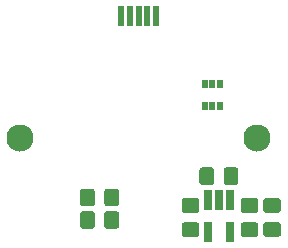
<source format=gbr>
G04 #@! TF.GenerationSoftware,KiCad,Pcbnew,(5.0.0)*
G04 #@! TF.CreationDate,2019-03-02T00:20:12+01:00*
G04 #@! TF.ProjectId,OpenThermalCamera,4F70656E546865726D616C43616D6572,rev?*
G04 #@! TF.SameCoordinates,Original*
G04 #@! TF.FileFunction,Soldermask,Top*
G04 #@! TF.FilePolarity,Negative*
%FSLAX46Y46*%
G04 Gerber Fmt 4.6, Leading zero omitted, Abs format (unit mm)*
G04 Created by KiCad (PCBNEW (5.0.0)) date 03/02/19 00:20:12*
%MOMM*%
%LPD*%
G01*
G04 APERTURE LIST*
%ADD10R,0.600000X1.700000*%
%ADD11C,2.300000*%
%ADD12C,0.100000*%
%ADD13C,1.250000*%
%ADD14R,0.750000X1.660000*%
%ADD15R,0.500000X0.750000*%
G04 APERTURE END LIST*
D10*
G04 #@! TO.C,J2*
X38500000Y-26600000D03*
X39250000Y-26600000D03*
X40750000Y-26600000D03*
X40000000Y-26600000D03*
X41500000Y-26600000D03*
G04 #@! TD*
D11*
G04 #@! TO.C,MH1*
X50000000Y-37000000D03*
G04 #@! TD*
G04 #@! TO.C,MH2*
X30000000Y-37000000D03*
G04 #@! TD*
D12*
G04 #@! TO.C,C6*
G36*
X51804897Y-42051308D02*
X51831275Y-42055221D01*
X51857143Y-42061701D01*
X51882252Y-42070685D01*
X51906358Y-42082086D01*
X51929232Y-42095796D01*
X51950651Y-42111682D01*
X51970410Y-42129590D01*
X51988318Y-42149349D01*
X52004204Y-42170768D01*
X52017914Y-42193642D01*
X52029315Y-42217748D01*
X52038299Y-42242857D01*
X52044779Y-42268725D01*
X52048692Y-42295103D01*
X52050000Y-42321738D01*
X52050000Y-43028262D01*
X52048692Y-43054897D01*
X52044779Y-43081275D01*
X52038299Y-43107143D01*
X52029315Y-43132252D01*
X52017914Y-43156358D01*
X52004204Y-43179232D01*
X51988318Y-43200651D01*
X51970410Y-43220410D01*
X51950651Y-43238318D01*
X51929232Y-43254204D01*
X51906358Y-43267914D01*
X51882252Y-43279315D01*
X51857143Y-43288299D01*
X51831275Y-43294779D01*
X51804897Y-43298692D01*
X51778262Y-43300000D01*
X50821738Y-43300000D01*
X50795103Y-43298692D01*
X50768725Y-43294779D01*
X50742857Y-43288299D01*
X50717748Y-43279315D01*
X50693642Y-43267914D01*
X50670768Y-43254204D01*
X50649349Y-43238318D01*
X50629590Y-43220410D01*
X50611682Y-43200651D01*
X50595796Y-43179232D01*
X50582086Y-43156358D01*
X50570685Y-43132252D01*
X50561701Y-43107143D01*
X50555221Y-43081275D01*
X50551308Y-43054897D01*
X50550000Y-43028262D01*
X50550000Y-42321738D01*
X50551308Y-42295103D01*
X50555221Y-42268725D01*
X50561701Y-42242857D01*
X50570685Y-42217748D01*
X50582086Y-42193642D01*
X50595796Y-42170768D01*
X50611682Y-42149349D01*
X50629590Y-42129590D01*
X50649349Y-42111682D01*
X50670768Y-42095796D01*
X50693642Y-42082086D01*
X50717748Y-42070685D01*
X50742857Y-42061701D01*
X50768725Y-42055221D01*
X50795103Y-42051308D01*
X50821738Y-42050000D01*
X51778262Y-42050000D01*
X51804897Y-42051308D01*
X51804897Y-42051308D01*
G37*
D13*
X51300000Y-42675000D03*
D12*
G36*
X51804897Y-44101308D02*
X51831275Y-44105221D01*
X51857143Y-44111701D01*
X51882252Y-44120685D01*
X51906358Y-44132086D01*
X51929232Y-44145796D01*
X51950651Y-44161682D01*
X51970410Y-44179590D01*
X51988318Y-44199349D01*
X52004204Y-44220768D01*
X52017914Y-44243642D01*
X52029315Y-44267748D01*
X52038299Y-44292857D01*
X52044779Y-44318725D01*
X52048692Y-44345103D01*
X52050000Y-44371738D01*
X52050000Y-45078262D01*
X52048692Y-45104897D01*
X52044779Y-45131275D01*
X52038299Y-45157143D01*
X52029315Y-45182252D01*
X52017914Y-45206358D01*
X52004204Y-45229232D01*
X51988318Y-45250651D01*
X51970410Y-45270410D01*
X51950651Y-45288318D01*
X51929232Y-45304204D01*
X51906358Y-45317914D01*
X51882252Y-45329315D01*
X51857143Y-45338299D01*
X51831275Y-45344779D01*
X51804897Y-45348692D01*
X51778262Y-45350000D01*
X50821738Y-45350000D01*
X50795103Y-45348692D01*
X50768725Y-45344779D01*
X50742857Y-45338299D01*
X50717748Y-45329315D01*
X50693642Y-45317914D01*
X50670768Y-45304204D01*
X50649349Y-45288318D01*
X50629590Y-45270410D01*
X50611682Y-45250651D01*
X50595796Y-45229232D01*
X50582086Y-45206358D01*
X50570685Y-45182252D01*
X50561701Y-45157143D01*
X50555221Y-45131275D01*
X50551308Y-45104897D01*
X50550000Y-45078262D01*
X50550000Y-44371738D01*
X50551308Y-44345103D01*
X50555221Y-44318725D01*
X50561701Y-44292857D01*
X50570685Y-44267748D01*
X50582086Y-44243642D01*
X50595796Y-44220768D01*
X50611682Y-44199349D01*
X50629590Y-44179590D01*
X50649349Y-44161682D01*
X50670768Y-44145796D01*
X50693642Y-44132086D01*
X50717748Y-44120685D01*
X50742857Y-44111701D01*
X50768725Y-44105221D01*
X50795103Y-44101308D01*
X50821738Y-44100000D01*
X51778262Y-44100000D01*
X51804897Y-44101308D01*
X51804897Y-44101308D01*
G37*
D13*
X51300000Y-44725000D03*
G04 #@! TD*
D12*
G04 #@! TO.C,C3*
G36*
X46154897Y-39451308D02*
X46181275Y-39455221D01*
X46207143Y-39461701D01*
X46232252Y-39470685D01*
X46256358Y-39482086D01*
X46279232Y-39495796D01*
X46300651Y-39511682D01*
X46320410Y-39529590D01*
X46338318Y-39549349D01*
X46354204Y-39570768D01*
X46367914Y-39593642D01*
X46379315Y-39617748D01*
X46388299Y-39642857D01*
X46394779Y-39668725D01*
X46398692Y-39695103D01*
X46400000Y-39721738D01*
X46400000Y-40678262D01*
X46398692Y-40704897D01*
X46394779Y-40731275D01*
X46388299Y-40757143D01*
X46379315Y-40782252D01*
X46367914Y-40806358D01*
X46354204Y-40829232D01*
X46338318Y-40850651D01*
X46320410Y-40870410D01*
X46300651Y-40888318D01*
X46279232Y-40904204D01*
X46256358Y-40917914D01*
X46232252Y-40929315D01*
X46207143Y-40938299D01*
X46181275Y-40944779D01*
X46154897Y-40948692D01*
X46128262Y-40950000D01*
X45421738Y-40950000D01*
X45395103Y-40948692D01*
X45368725Y-40944779D01*
X45342857Y-40938299D01*
X45317748Y-40929315D01*
X45293642Y-40917914D01*
X45270768Y-40904204D01*
X45249349Y-40888318D01*
X45229590Y-40870410D01*
X45211682Y-40850651D01*
X45195796Y-40829232D01*
X45182086Y-40806358D01*
X45170685Y-40782252D01*
X45161701Y-40757143D01*
X45155221Y-40731275D01*
X45151308Y-40704897D01*
X45150000Y-40678262D01*
X45150000Y-39721738D01*
X45151308Y-39695103D01*
X45155221Y-39668725D01*
X45161701Y-39642857D01*
X45170685Y-39617748D01*
X45182086Y-39593642D01*
X45195796Y-39570768D01*
X45211682Y-39549349D01*
X45229590Y-39529590D01*
X45249349Y-39511682D01*
X45270768Y-39495796D01*
X45293642Y-39482086D01*
X45317748Y-39470685D01*
X45342857Y-39461701D01*
X45368725Y-39455221D01*
X45395103Y-39451308D01*
X45421738Y-39450000D01*
X46128262Y-39450000D01*
X46154897Y-39451308D01*
X46154897Y-39451308D01*
G37*
D13*
X45775000Y-40200000D03*
D12*
G36*
X48204897Y-39451308D02*
X48231275Y-39455221D01*
X48257143Y-39461701D01*
X48282252Y-39470685D01*
X48306358Y-39482086D01*
X48329232Y-39495796D01*
X48350651Y-39511682D01*
X48370410Y-39529590D01*
X48388318Y-39549349D01*
X48404204Y-39570768D01*
X48417914Y-39593642D01*
X48429315Y-39617748D01*
X48438299Y-39642857D01*
X48444779Y-39668725D01*
X48448692Y-39695103D01*
X48450000Y-39721738D01*
X48450000Y-40678262D01*
X48448692Y-40704897D01*
X48444779Y-40731275D01*
X48438299Y-40757143D01*
X48429315Y-40782252D01*
X48417914Y-40806358D01*
X48404204Y-40829232D01*
X48388318Y-40850651D01*
X48370410Y-40870410D01*
X48350651Y-40888318D01*
X48329232Y-40904204D01*
X48306358Y-40917914D01*
X48282252Y-40929315D01*
X48257143Y-40938299D01*
X48231275Y-40944779D01*
X48204897Y-40948692D01*
X48178262Y-40950000D01*
X47471738Y-40950000D01*
X47445103Y-40948692D01*
X47418725Y-40944779D01*
X47392857Y-40938299D01*
X47367748Y-40929315D01*
X47343642Y-40917914D01*
X47320768Y-40904204D01*
X47299349Y-40888318D01*
X47279590Y-40870410D01*
X47261682Y-40850651D01*
X47245796Y-40829232D01*
X47232086Y-40806358D01*
X47220685Y-40782252D01*
X47211701Y-40757143D01*
X47205221Y-40731275D01*
X47201308Y-40704897D01*
X47200000Y-40678262D01*
X47200000Y-39721738D01*
X47201308Y-39695103D01*
X47205221Y-39668725D01*
X47211701Y-39642857D01*
X47220685Y-39617748D01*
X47232086Y-39593642D01*
X47245796Y-39570768D01*
X47261682Y-39549349D01*
X47279590Y-39529590D01*
X47299349Y-39511682D01*
X47320768Y-39495796D01*
X47343642Y-39482086D01*
X47367748Y-39470685D01*
X47392857Y-39461701D01*
X47418725Y-39455221D01*
X47445103Y-39451308D01*
X47471738Y-39450000D01*
X48178262Y-39450000D01*
X48204897Y-39451308D01*
X48204897Y-39451308D01*
G37*
D13*
X47825000Y-40200000D03*
G04 #@! TD*
D12*
G04 #@! TO.C,C2*
G36*
X44904897Y-42051308D02*
X44931275Y-42055221D01*
X44957143Y-42061701D01*
X44982252Y-42070685D01*
X45006358Y-42082086D01*
X45029232Y-42095796D01*
X45050651Y-42111682D01*
X45070410Y-42129590D01*
X45088318Y-42149349D01*
X45104204Y-42170768D01*
X45117914Y-42193642D01*
X45129315Y-42217748D01*
X45138299Y-42242857D01*
X45144779Y-42268725D01*
X45148692Y-42295103D01*
X45150000Y-42321738D01*
X45150000Y-43028262D01*
X45148692Y-43054897D01*
X45144779Y-43081275D01*
X45138299Y-43107143D01*
X45129315Y-43132252D01*
X45117914Y-43156358D01*
X45104204Y-43179232D01*
X45088318Y-43200651D01*
X45070410Y-43220410D01*
X45050651Y-43238318D01*
X45029232Y-43254204D01*
X45006358Y-43267914D01*
X44982252Y-43279315D01*
X44957143Y-43288299D01*
X44931275Y-43294779D01*
X44904897Y-43298692D01*
X44878262Y-43300000D01*
X43921738Y-43300000D01*
X43895103Y-43298692D01*
X43868725Y-43294779D01*
X43842857Y-43288299D01*
X43817748Y-43279315D01*
X43793642Y-43267914D01*
X43770768Y-43254204D01*
X43749349Y-43238318D01*
X43729590Y-43220410D01*
X43711682Y-43200651D01*
X43695796Y-43179232D01*
X43682086Y-43156358D01*
X43670685Y-43132252D01*
X43661701Y-43107143D01*
X43655221Y-43081275D01*
X43651308Y-43054897D01*
X43650000Y-43028262D01*
X43650000Y-42321738D01*
X43651308Y-42295103D01*
X43655221Y-42268725D01*
X43661701Y-42242857D01*
X43670685Y-42217748D01*
X43682086Y-42193642D01*
X43695796Y-42170768D01*
X43711682Y-42149349D01*
X43729590Y-42129590D01*
X43749349Y-42111682D01*
X43770768Y-42095796D01*
X43793642Y-42082086D01*
X43817748Y-42070685D01*
X43842857Y-42061701D01*
X43868725Y-42055221D01*
X43895103Y-42051308D01*
X43921738Y-42050000D01*
X44878262Y-42050000D01*
X44904897Y-42051308D01*
X44904897Y-42051308D01*
G37*
D13*
X44400000Y-42675000D03*
D12*
G36*
X44904897Y-44101308D02*
X44931275Y-44105221D01*
X44957143Y-44111701D01*
X44982252Y-44120685D01*
X45006358Y-44132086D01*
X45029232Y-44145796D01*
X45050651Y-44161682D01*
X45070410Y-44179590D01*
X45088318Y-44199349D01*
X45104204Y-44220768D01*
X45117914Y-44243642D01*
X45129315Y-44267748D01*
X45138299Y-44292857D01*
X45144779Y-44318725D01*
X45148692Y-44345103D01*
X45150000Y-44371738D01*
X45150000Y-45078262D01*
X45148692Y-45104897D01*
X45144779Y-45131275D01*
X45138299Y-45157143D01*
X45129315Y-45182252D01*
X45117914Y-45206358D01*
X45104204Y-45229232D01*
X45088318Y-45250651D01*
X45070410Y-45270410D01*
X45050651Y-45288318D01*
X45029232Y-45304204D01*
X45006358Y-45317914D01*
X44982252Y-45329315D01*
X44957143Y-45338299D01*
X44931275Y-45344779D01*
X44904897Y-45348692D01*
X44878262Y-45350000D01*
X43921738Y-45350000D01*
X43895103Y-45348692D01*
X43868725Y-45344779D01*
X43842857Y-45338299D01*
X43817748Y-45329315D01*
X43793642Y-45317914D01*
X43770768Y-45304204D01*
X43749349Y-45288318D01*
X43729590Y-45270410D01*
X43711682Y-45250651D01*
X43695796Y-45229232D01*
X43682086Y-45206358D01*
X43670685Y-45182252D01*
X43661701Y-45157143D01*
X43655221Y-45131275D01*
X43651308Y-45104897D01*
X43650000Y-45078262D01*
X43650000Y-44371738D01*
X43651308Y-44345103D01*
X43655221Y-44318725D01*
X43661701Y-44292857D01*
X43670685Y-44267748D01*
X43682086Y-44243642D01*
X43695796Y-44220768D01*
X43711682Y-44199349D01*
X43729590Y-44179590D01*
X43749349Y-44161682D01*
X43770768Y-44145796D01*
X43793642Y-44132086D01*
X43817748Y-44120685D01*
X43842857Y-44111701D01*
X43868725Y-44105221D01*
X43895103Y-44101308D01*
X43921738Y-44100000D01*
X44878262Y-44100000D01*
X44904897Y-44101308D01*
X44904897Y-44101308D01*
G37*
D13*
X44400000Y-44725000D03*
G04 #@! TD*
D12*
G04 #@! TO.C,C1*
G36*
X49904897Y-44101308D02*
X49931275Y-44105221D01*
X49957143Y-44111701D01*
X49982252Y-44120685D01*
X50006358Y-44132086D01*
X50029232Y-44145796D01*
X50050651Y-44161682D01*
X50070410Y-44179590D01*
X50088318Y-44199349D01*
X50104204Y-44220768D01*
X50117914Y-44243642D01*
X50129315Y-44267748D01*
X50138299Y-44292857D01*
X50144779Y-44318725D01*
X50148692Y-44345103D01*
X50150000Y-44371738D01*
X50150000Y-45078262D01*
X50148692Y-45104897D01*
X50144779Y-45131275D01*
X50138299Y-45157143D01*
X50129315Y-45182252D01*
X50117914Y-45206358D01*
X50104204Y-45229232D01*
X50088318Y-45250651D01*
X50070410Y-45270410D01*
X50050651Y-45288318D01*
X50029232Y-45304204D01*
X50006358Y-45317914D01*
X49982252Y-45329315D01*
X49957143Y-45338299D01*
X49931275Y-45344779D01*
X49904897Y-45348692D01*
X49878262Y-45350000D01*
X48921738Y-45350000D01*
X48895103Y-45348692D01*
X48868725Y-45344779D01*
X48842857Y-45338299D01*
X48817748Y-45329315D01*
X48793642Y-45317914D01*
X48770768Y-45304204D01*
X48749349Y-45288318D01*
X48729590Y-45270410D01*
X48711682Y-45250651D01*
X48695796Y-45229232D01*
X48682086Y-45206358D01*
X48670685Y-45182252D01*
X48661701Y-45157143D01*
X48655221Y-45131275D01*
X48651308Y-45104897D01*
X48650000Y-45078262D01*
X48650000Y-44371738D01*
X48651308Y-44345103D01*
X48655221Y-44318725D01*
X48661701Y-44292857D01*
X48670685Y-44267748D01*
X48682086Y-44243642D01*
X48695796Y-44220768D01*
X48711682Y-44199349D01*
X48729590Y-44179590D01*
X48749349Y-44161682D01*
X48770768Y-44145796D01*
X48793642Y-44132086D01*
X48817748Y-44120685D01*
X48842857Y-44111701D01*
X48868725Y-44105221D01*
X48895103Y-44101308D01*
X48921738Y-44100000D01*
X49878262Y-44100000D01*
X49904897Y-44101308D01*
X49904897Y-44101308D01*
G37*
D13*
X49400000Y-44725000D03*
D12*
G36*
X49904897Y-42051308D02*
X49931275Y-42055221D01*
X49957143Y-42061701D01*
X49982252Y-42070685D01*
X50006358Y-42082086D01*
X50029232Y-42095796D01*
X50050651Y-42111682D01*
X50070410Y-42129590D01*
X50088318Y-42149349D01*
X50104204Y-42170768D01*
X50117914Y-42193642D01*
X50129315Y-42217748D01*
X50138299Y-42242857D01*
X50144779Y-42268725D01*
X50148692Y-42295103D01*
X50150000Y-42321738D01*
X50150000Y-43028262D01*
X50148692Y-43054897D01*
X50144779Y-43081275D01*
X50138299Y-43107143D01*
X50129315Y-43132252D01*
X50117914Y-43156358D01*
X50104204Y-43179232D01*
X50088318Y-43200651D01*
X50070410Y-43220410D01*
X50050651Y-43238318D01*
X50029232Y-43254204D01*
X50006358Y-43267914D01*
X49982252Y-43279315D01*
X49957143Y-43288299D01*
X49931275Y-43294779D01*
X49904897Y-43298692D01*
X49878262Y-43300000D01*
X48921738Y-43300000D01*
X48895103Y-43298692D01*
X48868725Y-43294779D01*
X48842857Y-43288299D01*
X48817748Y-43279315D01*
X48793642Y-43267914D01*
X48770768Y-43254204D01*
X48749349Y-43238318D01*
X48729590Y-43220410D01*
X48711682Y-43200651D01*
X48695796Y-43179232D01*
X48682086Y-43156358D01*
X48670685Y-43132252D01*
X48661701Y-43107143D01*
X48655221Y-43081275D01*
X48651308Y-43054897D01*
X48650000Y-43028262D01*
X48650000Y-42321738D01*
X48651308Y-42295103D01*
X48655221Y-42268725D01*
X48661701Y-42242857D01*
X48670685Y-42217748D01*
X48682086Y-42193642D01*
X48695796Y-42170768D01*
X48711682Y-42149349D01*
X48729590Y-42129590D01*
X48749349Y-42111682D01*
X48770768Y-42095796D01*
X48793642Y-42082086D01*
X48817748Y-42070685D01*
X48842857Y-42061701D01*
X48868725Y-42055221D01*
X48895103Y-42051308D01*
X48921738Y-42050000D01*
X49878262Y-42050000D01*
X49904897Y-42051308D01*
X49904897Y-42051308D01*
G37*
D13*
X49400000Y-42675000D03*
G04 #@! TD*
D14*
G04 #@! TO.C,U2*
X47750000Y-42250000D03*
X46800000Y-42250000D03*
X45850000Y-42250000D03*
X45850000Y-44950000D03*
X47750000Y-44950000D03*
G04 #@! TD*
D15*
G04 #@! TO.C,U4*
X45600000Y-34300000D03*
X46900000Y-34300000D03*
X46250000Y-32400000D03*
X46250000Y-34300000D03*
X46900000Y-32400000D03*
X45600000Y-32400000D03*
G04 #@! TD*
D12*
G04 #@! TO.C,R5*
G36*
X38104897Y-43151308D02*
X38131275Y-43155221D01*
X38157143Y-43161701D01*
X38182252Y-43170685D01*
X38206358Y-43182086D01*
X38229232Y-43195796D01*
X38250651Y-43211682D01*
X38270410Y-43229590D01*
X38288318Y-43249349D01*
X38304204Y-43270768D01*
X38317914Y-43293642D01*
X38329315Y-43317748D01*
X38338299Y-43342857D01*
X38344779Y-43368725D01*
X38348692Y-43395103D01*
X38350000Y-43421738D01*
X38350000Y-44378262D01*
X38348692Y-44404897D01*
X38344779Y-44431275D01*
X38338299Y-44457143D01*
X38329315Y-44482252D01*
X38317914Y-44506358D01*
X38304204Y-44529232D01*
X38288318Y-44550651D01*
X38270410Y-44570410D01*
X38250651Y-44588318D01*
X38229232Y-44604204D01*
X38206358Y-44617914D01*
X38182252Y-44629315D01*
X38157143Y-44638299D01*
X38131275Y-44644779D01*
X38104897Y-44648692D01*
X38078262Y-44650000D01*
X37371738Y-44650000D01*
X37345103Y-44648692D01*
X37318725Y-44644779D01*
X37292857Y-44638299D01*
X37267748Y-44629315D01*
X37243642Y-44617914D01*
X37220768Y-44604204D01*
X37199349Y-44588318D01*
X37179590Y-44570410D01*
X37161682Y-44550651D01*
X37145796Y-44529232D01*
X37132086Y-44506358D01*
X37120685Y-44482252D01*
X37111701Y-44457143D01*
X37105221Y-44431275D01*
X37101308Y-44404897D01*
X37100000Y-44378262D01*
X37100000Y-43421738D01*
X37101308Y-43395103D01*
X37105221Y-43368725D01*
X37111701Y-43342857D01*
X37120685Y-43317748D01*
X37132086Y-43293642D01*
X37145796Y-43270768D01*
X37161682Y-43249349D01*
X37179590Y-43229590D01*
X37199349Y-43211682D01*
X37220768Y-43195796D01*
X37243642Y-43182086D01*
X37267748Y-43170685D01*
X37292857Y-43161701D01*
X37318725Y-43155221D01*
X37345103Y-43151308D01*
X37371738Y-43150000D01*
X38078262Y-43150000D01*
X38104897Y-43151308D01*
X38104897Y-43151308D01*
G37*
D13*
X37725000Y-43900000D03*
D12*
G36*
X36054897Y-43151308D02*
X36081275Y-43155221D01*
X36107143Y-43161701D01*
X36132252Y-43170685D01*
X36156358Y-43182086D01*
X36179232Y-43195796D01*
X36200651Y-43211682D01*
X36220410Y-43229590D01*
X36238318Y-43249349D01*
X36254204Y-43270768D01*
X36267914Y-43293642D01*
X36279315Y-43317748D01*
X36288299Y-43342857D01*
X36294779Y-43368725D01*
X36298692Y-43395103D01*
X36300000Y-43421738D01*
X36300000Y-44378262D01*
X36298692Y-44404897D01*
X36294779Y-44431275D01*
X36288299Y-44457143D01*
X36279315Y-44482252D01*
X36267914Y-44506358D01*
X36254204Y-44529232D01*
X36238318Y-44550651D01*
X36220410Y-44570410D01*
X36200651Y-44588318D01*
X36179232Y-44604204D01*
X36156358Y-44617914D01*
X36132252Y-44629315D01*
X36107143Y-44638299D01*
X36081275Y-44644779D01*
X36054897Y-44648692D01*
X36028262Y-44650000D01*
X35321738Y-44650000D01*
X35295103Y-44648692D01*
X35268725Y-44644779D01*
X35242857Y-44638299D01*
X35217748Y-44629315D01*
X35193642Y-44617914D01*
X35170768Y-44604204D01*
X35149349Y-44588318D01*
X35129590Y-44570410D01*
X35111682Y-44550651D01*
X35095796Y-44529232D01*
X35082086Y-44506358D01*
X35070685Y-44482252D01*
X35061701Y-44457143D01*
X35055221Y-44431275D01*
X35051308Y-44404897D01*
X35050000Y-44378262D01*
X35050000Y-43421738D01*
X35051308Y-43395103D01*
X35055221Y-43368725D01*
X35061701Y-43342857D01*
X35070685Y-43317748D01*
X35082086Y-43293642D01*
X35095796Y-43270768D01*
X35111682Y-43249349D01*
X35129590Y-43229590D01*
X35149349Y-43211682D01*
X35170768Y-43195796D01*
X35193642Y-43182086D01*
X35217748Y-43170685D01*
X35242857Y-43161701D01*
X35268725Y-43155221D01*
X35295103Y-43151308D01*
X35321738Y-43150000D01*
X36028262Y-43150000D01*
X36054897Y-43151308D01*
X36054897Y-43151308D01*
G37*
D13*
X35675000Y-43900000D03*
G04 #@! TD*
D12*
G04 #@! TO.C,R6*
G36*
X38104897Y-41251308D02*
X38131275Y-41255221D01*
X38157143Y-41261701D01*
X38182252Y-41270685D01*
X38206358Y-41282086D01*
X38229232Y-41295796D01*
X38250651Y-41311682D01*
X38270410Y-41329590D01*
X38288318Y-41349349D01*
X38304204Y-41370768D01*
X38317914Y-41393642D01*
X38329315Y-41417748D01*
X38338299Y-41442857D01*
X38344779Y-41468725D01*
X38348692Y-41495103D01*
X38350000Y-41521738D01*
X38350000Y-42478262D01*
X38348692Y-42504897D01*
X38344779Y-42531275D01*
X38338299Y-42557143D01*
X38329315Y-42582252D01*
X38317914Y-42606358D01*
X38304204Y-42629232D01*
X38288318Y-42650651D01*
X38270410Y-42670410D01*
X38250651Y-42688318D01*
X38229232Y-42704204D01*
X38206358Y-42717914D01*
X38182252Y-42729315D01*
X38157143Y-42738299D01*
X38131275Y-42744779D01*
X38104897Y-42748692D01*
X38078262Y-42750000D01*
X37371738Y-42750000D01*
X37345103Y-42748692D01*
X37318725Y-42744779D01*
X37292857Y-42738299D01*
X37267748Y-42729315D01*
X37243642Y-42717914D01*
X37220768Y-42704204D01*
X37199349Y-42688318D01*
X37179590Y-42670410D01*
X37161682Y-42650651D01*
X37145796Y-42629232D01*
X37132086Y-42606358D01*
X37120685Y-42582252D01*
X37111701Y-42557143D01*
X37105221Y-42531275D01*
X37101308Y-42504897D01*
X37100000Y-42478262D01*
X37100000Y-41521738D01*
X37101308Y-41495103D01*
X37105221Y-41468725D01*
X37111701Y-41442857D01*
X37120685Y-41417748D01*
X37132086Y-41393642D01*
X37145796Y-41370768D01*
X37161682Y-41349349D01*
X37179590Y-41329590D01*
X37199349Y-41311682D01*
X37220768Y-41295796D01*
X37243642Y-41282086D01*
X37267748Y-41270685D01*
X37292857Y-41261701D01*
X37318725Y-41255221D01*
X37345103Y-41251308D01*
X37371738Y-41250000D01*
X38078262Y-41250000D01*
X38104897Y-41251308D01*
X38104897Y-41251308D01*
G37*
D13*
X37725000Y-42000000D03*
D12*
G36*
X36054897Y-41251308D02*
X36081275Y-41255221D01*
X36107143Y-41261701D01*
X36132252Y-41270685D01*
X36156358Y-41282086D01*
X36179232Y-41295796D01*
X36200651Y-41311682D01*
X36220410Y-41329590D01*
X36238318Y-41349349D01*
X36254204Y-41370768D01*
X36267914Y-41393642D01*
X36279315Y-41417748D01*
X36288299Y-41442857D01*
X36294779Y-41468725D01*
X36298692Y-41495103D01*
X36300000Y-41521738D01*
X36300000Y-42478262D01*
X36298692Y-42504897D01*
X36294779Y-42531275D01*
X36288299Y-42557143D01*
X36279315Y-42582252D01*
X36267914Y-42606358D01*
X36254204Y-42629232D01*
X36238318Y-42650651D01*
X36220410Y-42670410D01*
X36200651Y-42688318D01*
X36179232Y-42704204D01*
X36156358Y-42717914D01*
X36132252Y-42729315D01*
X36107143Y-42738299D01*
X36081275Y-42744779D01*
X36054897Y-42748692D01*
X36028262Y-42750000D01*
X35321738Y-42750000D01*
X35295103Y-42748692D01*
X35268725Y-42744779D01*
X35242857Y-42738299D01*
X35217748Y-42729315D01*
X35193642Y-42717914D01*
X35170768Y-42704204D01*
X35149349Y-42688318D01*
X35129590Y-42670410D01*
X35111682Y-42650651D01*
X35095796Y-42629232D01*
X35082086Y-42606358D01*
X35070685Y-42582252D01*
X35061701Y-42557143D01*
X35055221Y-42531275D01*
X35051308Y-42504897D01*
X35050000Y-42478262D01*
X35050000Y-41521738D01*
X35051308Y-41495103D01*
X35055221Y-41468725D01*
X35061701Y-41442857D01*
X35070685Y-41417748D01*
X35082086Y-41393642D01*
X35095796Y-41370768D01*
X35111682Y-41349349D01*
X35129590Y-41329590D01*
X35149349Y-41311682D01*
X35170768Y-41295796D01*
X35193642Y-41282086D01*
X35217748Y-41270685D01*
X35242857Y-41261701D01*
X35268725Y-41255221D01*
X35295103Y-41251308D01*
X35321738Y-41250000D01*
X36028262Y-41250000D01*
X36054897Y-41251308D01*
X36054897Y-41251308D01*
G37*
D13*
X35675000Y-42000000D03*
G04 #@! TD*
M02*

</source>
